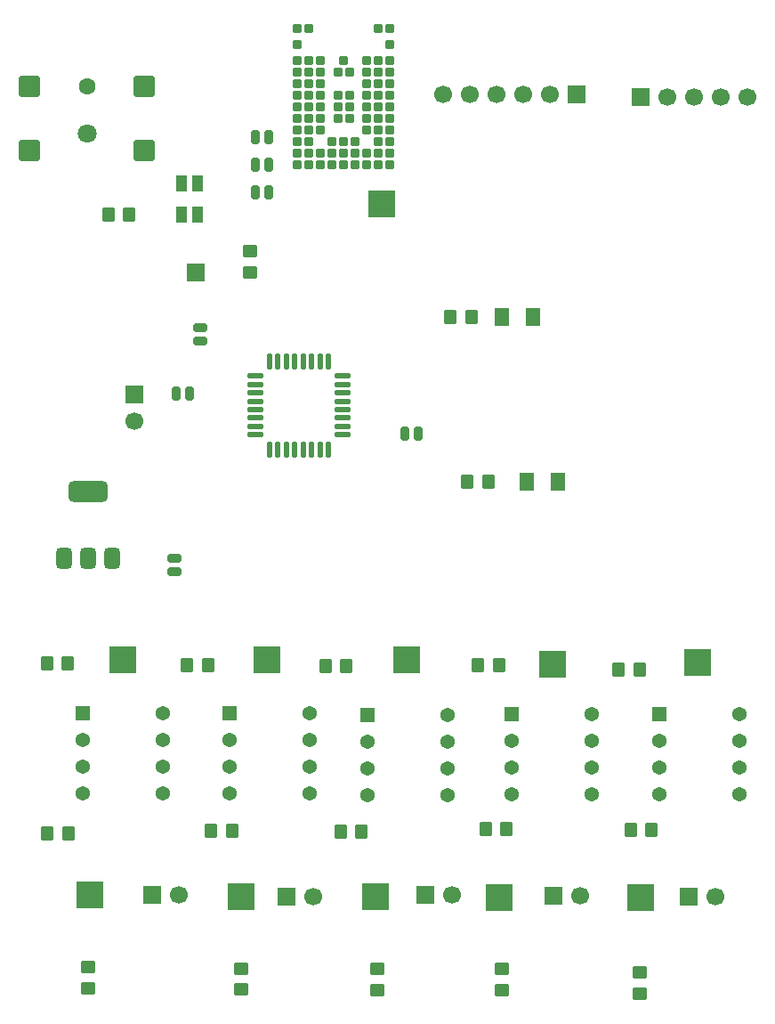
<source format=gbr>
%TF.GenerationSoftware,KiCad,Pcbnew,9.0.4*%
%TF.CreationDate,2025-10-16T20:52:45-05:00*%
%TF.ProjectId,RemoteControl,52656d6f-7465-4436-9f6e-74726f6c2e6b,rev?*%
%TF.SameCoordinates,Original*%
%TF.FileFunction,Soldermask,Top*%
%TF.FilePolarity,Negative*%
%FSLAX46Y46*%
G04 Gerber Fmt 4.6, Leading zero omitted, Abs format (unit mm)*
G04 Created by KiCad (PCBNEW 9.0.4) date 2025-10-16 20:52:45*
%MOMM*%
%LPD*%
G01*
G04 APERTURE LIST*
G04 Aperture macros list*
%AMRoundRect*
0 Rectangle with rounded corners*
0 $1 Rounding radius*
0 $2 $3 $4 $5 $6 $7 $8 $9 X,Y pos of 4 corners*
0 Add a 4 corners polygon primitive as box body*
4,1,4,$2,$3,$4,$5,$6,$7,$8,$9,$2,$3,0*
0 Add four circle primitives for the rounded corners*
1,1,$1+$1,$2,$3*
1,1,$1+$1,$4,$5*
1,1,$1+$1,$6,$7*
1,1,$1+$1,$8,$9*
0 Add four rect primitives between the rounded corners*
20,1,$1+$1,$2,$3,$4,$5,0*
20,1,$1+$1,$4,$5,$6,$7,0*
20,1,$1+$1,$6,$7,$8,$9,0*
20,1,$1+$1,$8,$9,$2,$3,0*%
G04 Aperture macros list end*
%ADD10R,1.700000X1.700000*%
%ADD11C,1.700000*%
%ADD12RoundRect,0.250000X0.450000X-0.350000X0.450000X0.350000X-0.450000X0.350000X-0.450000X-0.350000X0*%
%ADD13R,2.500000X2.500000*%
%ADD14RoundRect,0.250000X-0.350000X-0.450000X0.350000X-0.450000X0.350000X0.450000X-0.350000X0.450000X0*%
%ADD15RoundRect,0.208750X0.208750X0.431250X-0.208750X0.431250X-0.208750X-0.431250X0.208750X-0.431250X0*%
%ADD16RoundRect,0.125000X-0.625000X-0.125000X0.625000X-0.125000X0.625000X0.125000X-0.625000X0.125000X0*%
%ADD17RoundRect,0.125000X-0.125000X-0.625000X0.125000X-0.625000X0.125000X0.625000X-0.125000X0.625000X0*%
%ADD18R,1.371600X1.371600*%
%ADD19C,1.371600*%
%ADD20R,1.100000X1.500000*%
%ADD21RoundRect,0.250000X0.350000X0.450000X-0.350000X0.450000X-0.350000X-0.450000X0.350000X-0.450000X0*%
%ADD22RoundRect,0.250001X0.462499X0.624999X-0.462499X0.624999X-0.462499X-0.624999X0.462499X-0.624999X0*%
%ADD23RoundRect,0.102000X-0.300000X-0.300000X0.300000X-0.300000X0.300000X0.300000X-0.300000X0.300000X0*%
%ADD24RoundRect,0.250000X-0.450000X0.350000X-0.450000X-0.350000X0.450000X-0.350000X0.450000X0.350000X0*%
%ADD25C,1.800000*%
%ADD26C,1.600000*%
%ADD27RoundRect,0.250000X0.750000X0.750000X-0.750000X0.750000X-0.750000X-0.750000X0.750000X-0.750000X0*%
%ADD28RoundRect,0.375000X0.375000X-0.625000X0.375000X0.625000X-0.375000X0.625000X-0.375000X-0.625000X0*%
%ADD29RoundRect,0.500000X1.400000X-0.500000X1.400000X0.500000X-1.400000X0.500000X-1.400000X-0.500000X0*%
%ADD30RoundRect,0.208750X-0.431250X0.208750X-0.431250X-0.208750X0.431250X-0.208750X0.431250X0.208750X0*%
%ADD31RoundRect,0.208750X0.431250X-0.208750X0.431250X0.208750X-0.431250X0.208750X-0.431250X-0.208750X0*%
%ADD32RoundRect,0.208750X-0.208750X-0.431250X0.208750X-0.431250X0.208750X0.431250X-0.208750X0.431250X0*%
G04 APERTURE END LIST*
D10*
%TO.C,J8*%
X123010000Y-131880000D03*
D11*
X125550000Y-131880000D03*
%TD*%
D10*
%TO.C,J3*%
X156718000Y-55880000D03*
D11*
X159258000Y-55880000D03*
X161798000Y-55880000D03*
X164338000Y-55880000D03*
X166878000Y-55880000D03*
%TD*%
D10*
%TO.C,J5*%
X150622000Y-55626000D03*
D11*
X148082000Y-55626000D03*
X145542000Y-55626000D03*
X143002000Y-55626000D03*
X140462000Y-55626000D03*
X137922000Y-55626000D03*
%TD*%
D12*
%TO.C,R4*%
X156660000Y-141070000D03*
X156660000Y-139070000D03*
%TD*%
D10*
%TO.C,J11*%
X108540000Y-84171000D03*
D11*
X108540000Y-86711000D03*
%TD*%
D12*
%TO.C,R3*%
X118670000Y-140710000D03*
X118670000Y-138710000D03*
%TD*%
D13*
%TO.C,TP8*%
X121158000Y-109347000D03*
%TD*%
%TO.C,TP5*%
X143200000Y-131940000D03*
%TD*%
%TO.C,TP4*%
X156690000Y-131940000D03*
%TD*%
D14*
%TO.C,R19*%
X100235000Y-125857000D03*
X102235000Y-125857000D03*
%TD*%
D15*
%TO.C,C5*%
X121277500Y-59690000D03*
X120022500Y-59690000D03*
%TD*%
D16*
%TO.C,U1*%
X120021600Y-82372400D03*
X120021600Y-83172400D03*
X120021600Y-83972400D03*
X120021600Y-84772400D03*
X120021600Y-85572400D03*
X120021600Y-86372400D03*
X120021600Y-87172400D03*
X120021600Y-87972400D03*
D17*
X121396600Y-89347400D03*
X122196600Y-89347400D03*
X122996600Y-89347400D03*
X123796600Y-89347400D03*
X124596600Y-89347400D03*
X125396600Y-89347400D03*
X126196600Y-89347400D03*
X126996600Y-89347400D03*
D16*
X128371600Y-87972400D03*
X128371600Y-87172400D03*
X128371600Y-86372400D03*
X128371600Y-85572400D03*
X128371600Y-84772400D03*
X128371600Y-83972400D03*
X128371600Y-83172400D03*
X128371600Y-82372400D03*
D17*
X126996600Y-80997400D03*
X126196600Y-80997400D03*
X125396600Y-80997400D03*
X124596600Y-80997400D03*
X123796600Y-80997400D03*
X122996600Y-80997400D03*
X122196600Y-80997400D03*
X121396600Y-80997400D03*
%TD*%
D10*
%TO.C,J10*%
X114360000Y-72570000D03*
%TD*%
%TO.C,J9*%
X110210000Y-131730000D03*
D11*
X112750000Y-131730000D03*
%TD*%
D14*
%TO.C,R1*%
X138594700Y-76724600D03*
X140594700Y-76724600D03*
%TD*%
D12*
%TO.C,R2*%
X104130000Y-140590000D03*
X104130000Y-138590000D03*
%TD*%
D13*
%TO.C,TP2*%
X132080000Y-66040000D03*
%TD*%
%TO.C,TP6*%
X131440000Y-131890000D03*
%TD*%
D14*
%TO.C,R18*%
X100219000Y-109728000D03*
X102219000Y-109728000D03*
%TD*%
D18*
%TO.C,U7*%
X117602000Y-114427000D03*
D19*
X117602000Y-116967000D03*
X117602000Y-119507000D03*
X117602000Y-122047000D03*
X125222000Y-122047000D03*
X125222000Y-119507000D03*
X125222000Y-116967000D03*
X125222000Y-114427000D03*
%TD*%
D20*
%TO.C,D4*%
X113042000Y-67032000D03*
X113042000Y-64032000D03*
X114542000Y-64032000D03*
X114542000Y-67032000D03*
%TD*%
D13*
%TO.C,TP9*%
X162150000Y-109600000D03*
%TD*%
D14*
%TO.C,R16*%
X113550000Y-109900000D03*
X115550000Y-109900000D03*
%TD*%
D15*
%TO.C,C7*%
X113792000Y-84074000D03*
X112537000Y-84074000D03*
%TD*%
D18*
%TO.C,U6*%
X158440000Y-114490000D03*
D19*
X158440000Y-117030000D03*
X158440000Y-119570000D03*
X158440000Y-122110000D03*
X166060000Y-122110000D03*
X166060000Y-119570000D03*
X166060000Y-117030000D03*
X166060000Y-114490000D03*
%TD*%
D14*
%TO.C,R15*%
X154600000Y-110250000D03*
X156600000Y-110250000D03*
%TD*%
D10*
%TO.C,J4*%
X136210000Y-131730000D03*
D11*
X138750000Y-131730000D03*
%TD*%
D21*
%TO.C,R11*%
X130159000Y-125704600D03*
X128159000Y-125704600D03*
%TD*%
D22*
%TO.C,D2*%
X148807500Y-92456000D03*
X145832500Y-92456000D03*
%TD*%
D15*
%TO.C,C4*%
X121277500Y-62320000D03*
X120022500Y-62320000D03*
%TD*%
D14*
%TO.C,R7*%
X106061000Y-67005200D03*
X108061000Y-67005200D03*
%TD*%
D23*
%TO.C,U3*%
X132850000Y-62267000D03*
X131750000Y-62267000D03*
X130650000Y-62267000D03*
X129550000Y-62267000D03*
X128450000Y-62267000D03*
X127350000Y-62267000D03*
X126250000Y-62267000D03*
X125150000Y-62267000D03*
X124050000Y-62267000D03*
X132850000Y-61167000D03*
X131750000Y-61167000D03*
X130650000Y-61167000D03*
X129550000Y-61167000D03*
X128450000Y-61167000D03*
X127350000Y-61167000D03*
X126250000Y-61167000D03*
X125150000Y-61167000D03*
X124050000Y-61167000D03*
X132850000Y-60067000D03*
X131750000Y-60067000D03*
X129550000Y-60067000D03*
X128450000Y-60067000D03*
X127350000Y-60067000D03*
X125150000Y-60067000D03*
X124050000Y-60067000D03*
X132850000Y-58967000D03*
X131750000Y-58967000D03*
X130650000Y-58967000D03*
X126250000Y-58967000D03*
X125150000Y-58967000D03*
X124050000Y-58967000D03*
X132850000Y-57867000D03*
X131750000Y-57867000D03*
X130650000Y-57867000D03*
X129000000Y-57867000D03*
X127900000Y-57867000D03*
X126250000Y-57867000D03*
X125150000Y-57867000D03*
X124050000Y-57867000D03*
X132850000Y-56767000D03*
X131750000Y-56767000D03*
X130650000Y-56767000D03*
X129000000Y-56767000D03*
X127900000Y-56767000D03*
X126250000Y-56767000D03*
X125150000Y-56767000D03*
X124050000Y-56767000D03*
X132850000Y-55667000D03*
X131750000Y-55667000D03*
X130650000Y-55667000D03*
X129000000Y-55667000D03*
X127900000Y-55667000D03*
X126250000Y-55667000D03*
X125150000Y-55667000D03*
X124050000Y-55667000D03*
X132850000Y-54567000D03*
X131750000Y-54567000D03*
X130650000Y-54567000D03*
X126250000Y-54567000D03*
X125150000Y-54567000D03*
X124050000Y-54567000D03*
X132850000Y-53467000D03*
X131750000Y-53467000D03*
X130650000Y-53467000D03*
X129000000Y-53467000D03*
X127900000Y-53467000D03*
X126250000Y-53467000D03*
X125150000Y-53467000D03*
X124050000Y-53467000D03*
X132850000Y-52367000D03*
X131750000Y-52367000D03*
X130650000Y-52367000D03*
X128450000Y-52367000D03*
X126250000Y-52367000D03*
X125150000Y-52367000D03*
X124050000Y-52367000D03*
X132850000Y-50867000D03*
X124050000Y-50867000D03*
X132850000Y-49367000D03*
X131750000Y-49367000D03*
X125150000Y-49367000D03*
X124050000Y-49367000D03*
%TD*%
D14*
%TO.C,R17*%
X115800000Y-125600000D03*
X117800000Y-125600000D03*
%TD*%
D13*
%TO.C,TP11*%
X134467600Y-109372400D03*
%TD*%
D14*
%TO.C,R8*%
X140224000Y-92456000D03*
X142224000Y-92456000D03*
%TD*%
D13*
%TO.C,TP3*%
X118730000Y-131890000D03*
%TD*%
D24*
%TO.C,R9*%
X119510000Y-70490000D03*
X119510000Y-72490000D03*
%TD*%
D25*
%TO.C,J1*%
X104000000Y-59310000D03*
D26*
X104000000Y-54810000D03*
D27*
X109500000Y-60960000D03*
X109500000Y-54810000D03*
X98500000Y-54810000D03*
X98500000Y-60960000D03*
%TD*%
D28*
%TO.C,U2*%
X101840000Y-99670000D03*
X104140000Y-99670000D03*
D29*
X104140000Y-93370000D03*
D28*
X106440000Y-99670000D03*
%TD*%
D14*
%TO.C,R10*%
X126700000Y-109950000D03*
X128700000Y-109950000D03*
%TD*%
D18*
%TO.C,U4*%
X130683000Y-114630200D03*
D19*
X130683000Y-117170200D03*
X130683000Y-119710200D03*
X130683000Y-122250200D03*
X138303000Y-122250200D03*
X138303000Y-119710200D03*
X138303000Y-117170200D03*
X138303000Y-114630200D03*
%TD*%
D13*
%TO.C,TP1*%
X104280000Y-131680000D03*
%TD*%
%TO.C,TP10*%
X148300000Y-109800000D03*
%TD*%
D12*
%TO.C,R5*%
X143510000Y-140740000D03*
X143510000Y-138740000D03*
%TD*%
D21*
%TO.C,R14*%
X157750000Y-125500000D03*
X155750000Y-125500000D03*
%TD*%
D18*
%TO.C,U8*%
X103632000Y-114427000D03*
D19*
X103632000Y-116967000D03*
X103632000Y-119507000D03*
X103632000Y-122047000D03*
X111252000Y-122047000D03*
X111252000Y-119507000D03*
X111252000Y-116967000D03*
X111252000Y-114427000D03*
%TD*%
D15*
%TO.C,C3*%
X121277500Y-64950000D03*
X120022500Y-64950000D03*
%TD*%
D22*
%TO.C,D1*%
X146487500Y-76750000D03*
X143512500Y-76750000D03*
%TD*%
D14*
%TO.C,R12*%
X141200000Y-109900000D03*
X143200000Y-109900000D03*
%TD*%
D10*
%TO.C,J7*%
X161260000Y-131880000D03*
D11*
X163800000Y-131880000D03*
%TD*%
D13*
%TO.C,TP7*%
X107442000Y-109347000D03*
%TD*%
D30*
%TO.C,C2*%
X112350000Y-99722500D03*
X112350000Y-100977500D03*
%TD*%
D12*
%TO.C,R6*%
X131630000Y-140780000D03*
X131630000Y-138780000D03*
%TD*%
D10*
%TO.C,J6*%
X148380000Y-131810000D03*
D11*
X150920000Y-131810000D03*
%TD*%
D31*
%TO.C,C1*%
X114830000Y-79047500D03*
X114830000Y-77792500D03*
%TD*%
D18*
%TO.C,U5*%
X144390000Y-114540000D03*
D19*
X144390000Y-117080000D03*
X144390000Y-119620000D03*
X144390000Y-122160000D03*
X152010000Y-122160000D03*
X152010000Y-119620000D03*
X152010000Y-117080000D03*
X152010000Y-114540000D03*
%TD*%
D21*
%TO.C,R13*%
X143950000Y-125450000D03*
X141950000Y-125450000D03*
%TD*%
D32*
%TO.C,C6*%
X134246500Y-87884000D03*
X135501500Y-87884000D03*
%TD*%
M02*

</source>
